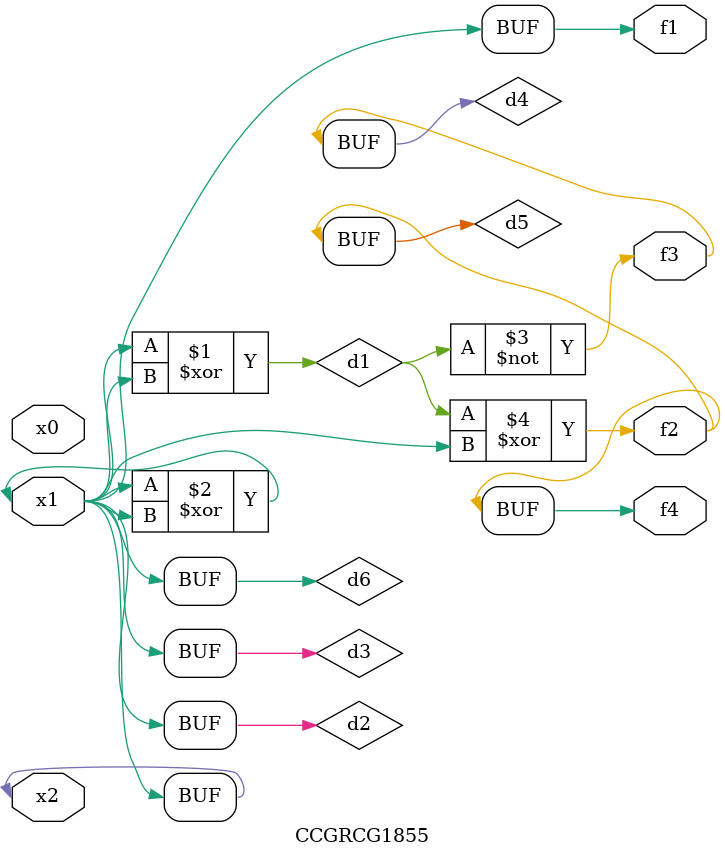
<source format=v>
module CCGRCG1855(
	input x0, x1, x2,
	output f1, f2, f3, f4
);

	wire d1, d2, d3, d4, d5, d6;

	xor (d1, x1, x2);
	buf (d2, x1, x2);
	xor (d3, x1, x2);
	nor (d4, d1);
	xor (d5, d1, d2);
	buf (d6, d2, d3);
	assign f1 = d6;
	assign f2 = d5;
	assign f3 = d4;
	assign f4 = d5;
endmodule

</source>
